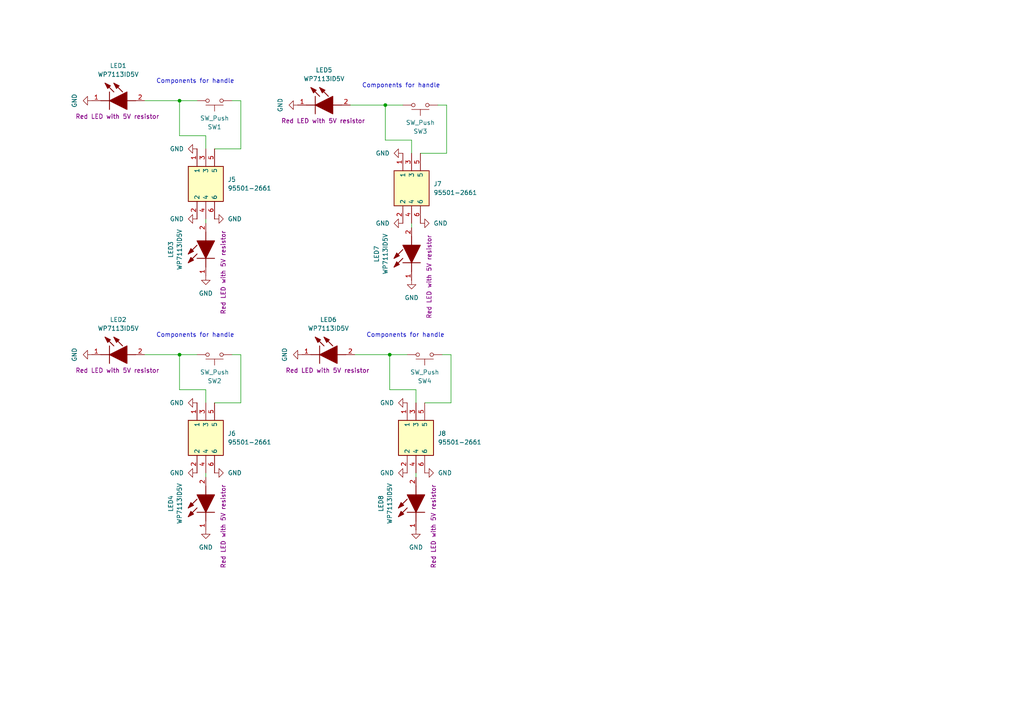
<source format=kicad_sch>
(kicad_sch (version 20231120) (generator "eeschema") (generator_version "8.0")
  (paper "A4")
  (lib_symbols
    (symbol "SamacSys:95501-2661"
      (property "Reference" "J" (at 16.51 7.62 0))
      (property "Value" "95501-2661" (at 16.51 5.08 0))
      (symbol "95501-2661_1_1"
        (rectangle (start 5.08 2.54) (end 15.24 -7.62) (stroke (width 0.254)) (fill (type background)))
        (pin passive line (at 20.32 0 180) (length 5.08) (name "1") (number "1"))
        (pin passive line (at 0 0 0) (length 5.08) (name "2") (number "2"))
        (pin passive line (at 20.32 -2.54 180) (length 5.08) (name "3") (number "3"))
        (pin passive line (at 0 -2.54 0) (length 5.08) (name "4") (number "4"))
        (pin passive line (at 20.32 -5.08 180) (length 5.08) (name "5") (number "5"))
        (pin passive line (at 0 -5.08 0) (length 5.08) (name "6") (number "6"))
      )
    )
    (symbol "SamacSys:WP7113ID5V" (pin_names hide)
      (property "Reference" "LED" (at 12.7 8.89 0))
      (property "Value" "WP7113ID5V" (at 12.7 6.35 0))
      (symbol "WP7113ID5V_1_1"
        (polyline (pts (xy 2.54 0) (xy 5.08 0)) (stroke (width 0.254)))
        (polyline (pts (xy 5.08 2.54) (xy 5.08 -2.54)) (stroke (width 0.254)))
        (polyline (pts (xy 6.35 2.54) (xy 3.81 5.08)) (stroke (width 0.254)))
        (polyline (pts (xy 8.89 2.54) (xy 6.35 5.08)) (stroke (width 0.254)))
        (polyline (pts (xy 10.16 0) (xy 12.7 0)) (stroke (width 0.254)))
        (polyline (pts (xy 5.08 0) (xy 10.16 2.54) (xy 10.16 -2.54) (xy 5.08 0)) (stroke (width 0.254)) (fill (type outline)))
        (polyline (pts (xy 5.334 4.318) (xy 4.572 3.556) (xy 3.81 5.08) (xy 5.334 4.318)) (stroke (width 0.254)) (fill (type outline)))
        (polyline (pts (xy 7.874 4.318) (xy 7.112 3.556) (xy 6.35 5.08) (xy 7.874 4.318)) (stroke (width 0.254)) (fill (type outline)))
        (pin passive line (at 0 0 0) (length 2.54) (name "K") (number "1"))
        (pin passive line (at 15.24 0 180) (length 2.54) (name "A") (number "2"))
      )
    )
    (symbol "Switch:SW_Push" (pin_numbers hide) (pin_names (offset 1.016) hide)
      (property "Reference" "SW" (at 1.27 2.54 0))
      (property "Value" "SW_Push" (at 0 -1.524 0))
      (symbol "SW_Push_0_1"
        (circle (center -2.032 0) (radius 0.508))
        (polyline (pts (xy 0 1.27) (xy 0 3.048)))
        (polyline (pts (xy 2.54 1.27) (xy -2.54 1.27)))
        (circle (center 2.032 0) (radius 0.508))
        (pin passive line (at -5.08 0 0) (length 2.54) (name "1") (number "1"))
        (pin passive line (at 5.08 0 180) (length 2.54) (name "2") (number "2"))
      )
    )
    (symbol "power:GND" (power) (pin_numbers hide) (pin_names (offset 0) hide)
      (property "Value" "GND" (at 0 -3.81 0))
      (symbol "GND_0_1"
        (polyline (pts (xy 0 0) (xy 0 -1.27) (xy 1.27 -1.27) (xy 0 -2.54) (xy -1.27 -1.27) (xy 0 -1.27)))
      )
      (symbol "GND_1_1"
        (pin power_in line (at 0 0 270) (length 0) (name "~") (number "1"))
      )
    )
  )
  (junction (at 111.76 30.48))
  (junction (at 52.07 102.87))
  (junction (at 113.03 102.87))
  (junction (at 52.07 29.21))
  (wire (pts (xy 52.07 113.03) (xy 59.69 113.03)))
  (wire (pts (xy 69.85 43.18) (xy 69.85 29.21)))
  (wire (pts (xy 123.19 116.84) (xy 130.81 116.84)))
  (wire (pts (xy 69.85 102.87) (xy 67.31 102.87)))
  (wire (pts (xy 59.69 39.37) (xy 59.69 43.18)))
  (wire (pts (xy 120.65 137.16) (xy 120.65 138.43)))
  (wire (pts (xy 120.65 113.03) (xy 120.65 116.84)))
  (wire (pts (xy 119.38 40.64) (xy 119.38 44.45)))
  (wire (pts (xy 130.81 102.87) (xy 128.27 102.87)))
  (wire (pts (xy 69.85 116.84) (xy 69.85 102.87)))
  (wire (pts (xy 52.07 39.37) (xy 59.69 39.37)))
  (wire (pts (xy 59.69 137.16) (xy 59.69 138.43)))
  (wire (pts (xy 41.91 102.87) (xy 52.07 102.87)))
  (wire (pts (xy 52.07 29.21) (xy 52.07 39.37)))
  (wire (pts (xy 111.76 40.64) (xy 119.38 40.64)))
  (wire (pts (xy 113.03 113.03) (xy 120.65 113.03)))
  (wire (pts (xy 52.07 102.87) (xy 52.07 113.03)))
  (wire (pts (xy 59.69 63.5) (xy 59.69 64.77)))
  (wire (pts (xy 57.15 29.21) (xy 52.07 29.21)))
  (wire (pts (xy 118.11 102.87) (xy 113.03 102.87)))
  (wire (pts (xy 130.81 116.84) (xy 130.81 102.87)))
  (wire (pts (xy 69.85 29.21) (xy 67.31 29.21)))
  (wire (pts (xy 62.23 43.18) (xy 69.85 43.18)))
  (wire (pts (xy 129.54 30.48) (xy 127 30.48)))
  (wire (pts (xy 101.6 30.48) (xy 111.76 30.48)))
  (wire (pts (xy 57.15 102.87) (xy 52.07 102.87)))
  (wire (pts (xy 102.87 102.87) (xy 113.03 102.87)))
  (wire (pts (xy 62.23 116.84) (xy 69.85 116.84)))
  (wire (pts (xy 119.38 64.77) (xy 119.38 66.04)))
  (wire (pts (xy 129.54 44.45) (xy 129.54 30.48)))
  (wire (pts (xy 116.84 30.48) (xy 111.76 30.48)))
  (wire (pts (xy 121.92 44.45) (xy 129.54 44.45)))
  (wire (pts (xy 59.69 113.03) (xy 59.69 116.84)))
  (wire (pts (xy 113.03 102.87) (xy 113.03 113.03)))
  (wire (pts (xy 41.91 29.21) (xy 52.07 29.21)))
  (wire (pts (xy 111.76 30.48) (xy 111.76 40.64)))
  (text "Components for handle\n" (at 56.642 23.622 0) (effects (font (size 1.27 1.27))))
  (text "Components for handle\n" (at 116.332 24.892 0) (effects (font (size 1.27 1.27))))
  (text "Components for handle\n" (at 117.602 97.282 0) (effects (font (size 1.27 1.27))))
  (text "Components for handle\n" (at 56.642 97.282 0) (effects (font (size 1.27 1.27))))
  (symbol (lib_id "power:GND") (at 116.84 64.77 270) (unit 1)
    (property "Reference" "#PWR027" (effects (hide yes)))
    (property "Value" "GND" (at 113.03 64.7699 90) (effects (justify right)))
    (property "Description" "Power symbol creates a global label with name \"GND\" , ground" (effects (hide yes)))
  )
  (symbol (lib_id "SamacSys:WP7113ID5V") (at 87.63 102.87 0) (unit 1)
    (property "Reference" "LED6" (at 95.25 92.71 0))
    (property "Value" "WP7113ID5V" (at 95.25 95.25 0))
    (property "Datasheet" "https://www.kingbrightusa.com/images/catalog/SPEC/WP7113ID5V.pdf" (effects (hide yes)))
    (property "Description" "Red LED with 5V resistor" (at 94.996 107.442 0))
    (property "Height" "9.85" (effects (hide yes)))
    (property "Manufacturer_Name" "Kingbright" (effects (hide yes)))
    (property "Manufacturer_Part_Number" "WP7113ID5V" (effects (hide yes)))
    (property "Mouser Part Number" "604-WP7113ID5V" (effects (hide yes)))
    (property "Mouser Price/Stock" "https://www.mouser.co.uk/ProductDetail/Kingbright/WP7113ID5V?qs=58z0TXQGVSQgkIxR0kd%2F5Q%3D%3D" (effects (hide yes)))
    (property "Arrow Part Number" "WP7113ID5V" (effects (hide yes)))
    (property "Arrow Price/Stock" "https://www.arrow.com/en/products/wp7113id5v/kingbright?utm_currency=USD&region=nac" (effects (hide yes)))
  )
  (symbol (lib_id "power:GND") (at 57.15 116.84 270) (unit 1)
    (property "Reference" "#PWR013" (effects (hide yes)))
    (property "Value" "GND" (at 53.34 116.8399 90) (effects (justify right)))
    (property "Description" "Power symbol creates a global label with name \"GND\" , ground" (effects (hide yes)))
  )
  (symbol (lib_id "SamacSys:WP7113ID5V") (at 120.65 153.67 90) (unit 1)
    (property "Reference" "LED8" (at 110.49 146.05 0))
    (property "Value" "WP7113ID5V" (at 113.03 146.05 0))
    (property "Datasheet" "https://www.kingbrightusa.com/images/catalog/SPEC/WP7113ID5V.pdf" (effects (hide yes)))
    (property "Description" "Red LED with 5V resistor" (at 125.73 152.654 0))
    (property "Height" "9.85" (effects (hide yes)))
    (property "Manufacturer_Name" "Kingbright" (effects (hide yes)))
    (property "Manufacturer_Part_Number" "WP7113ID5V" (effects (hide yes)))
    (property "Mouser Part Number" "604-WP7113ID5V" (effects (hide yes)))
    (property "Mouser Price/Stock" "https://www.mouser.co.uk/ProductDetail/Kingbright/WP7113ID5V?qs=58z0TXQGVSQgkIxR0kd%2F5Q%3D%3D" (effects (hide yes)))
    (property "Arrow Part Number" "WP7113ID5V" (effects (hide yes)))
    (property "Arrow Price/Stock" "https://www.arrow.com/en/products/wp7113id5v/kingbright?utm_currency=USD&region=nac" (effects (hide yes)))
  )
  (symbol (lib_id "SamacSys:95501-2661") (at 116.84 64.77 90) (unit 1)
    (property "Reference" "J7" (at 125.73 53.3399 90) (effects (justify right)))
    (property "Value" "95501-2661" (at 125.73 55.8799 90) (effects (justify right)))
    (property "Datasheet" "https://datasheet.datasheetarchive.com/originals/distributors/Datasheets_SAMA/df0790d8aebb5882625d0f98b986e00d.pdf" (effects (hide yes)))
    (property "Description" "6/6 way r/a PCB thru hole data skt,1.5A Molex 6P/6C Right Angle Through Hole Female RJ12 UTP RJ12 Connector" (effects (hide yes)))
    (property "Manufacturer_Name" "Molex" (effects (hide yes)))
    (property "Manufacturer_Part_Number" "95501-2661" (effects (hide yes)))
    (property "Mouser Part Number" "538-95501-2661" (effects (hide yes)))
    (property "Mouser Price/Stock" "https://www.mouser.co.uk/ProductDetail/Molex/95501-2661?qs=pojneS%2F1sjznHDwFkXsFkg%3D%3D" (effects (hide yes)))
  )
  (symbol (lib_id "SamacSys:WP7113ID5V") (at 59.69 153.67 90) (unit 1)
    (property "Reference" "LED4" (at 49.53 146.05 0))
    (property "Value" "WP7113ID5V" (at 52.07 146.05 0))
    (property "Datasheet" "https://www.kingbrightusa.com/images/catalog/SPEC/WP7113ID5V.pdf" (effects (hide yes)))
    (property "Description" "Red LED with 5V resistor" (at 64.77 152.654 0))
    (property "Height" "9.85" (effects (hide yes)))
    (property "Manufacturer_Name" "Kingbright" (effects (hide yes)))
    (property "Manufacturer_Part_Number" "WP7113ID5V" (effects (hide yes)))
    (property "Mouser Part Number" "604-WP7113ID5V" (effects (hide yes)))
    (property "Mouser Price/Stock" "https://www.mouser.co.uk/ProductDetail/Kingbright/WP7113ID5V?qs=58z0TXQGVSQgkIxR0kd%2F5Q%3D%3D" (effects (hide yes)))
    (property "Arrow Part Number" "WP7113ID5V" (effects (hide yes)))
    (property "Arrow Price/Stock" "https://www.arrow.com/en/products/wp7113id5v/kingbright?utm_currency=USD&region=nac" (effects (hide yes)))
  )
  (symbol (lib_id "power:GND") (at 57.15 43.18 270) (unit 1)
    (property "Reference" "#PWR011" (effects (hide yes)))
    (property "Value" "GND" (at 53.34 43.1799 90) (effects (justify right)))
    (property "Description" "Power symbol creates a global label with name \"GND\" , ground" (effects (hide yes)))
  )
  (symbol (lib_id "SamacSys:WP7113ID5V") (at 59.69 80.01 90) (unit 1)
    (property "Reference" "LED3" (at 49.53 72.39 0))
    (property "Value" "WP7113ID5V" (at 52.07 72.39 0))
    (property "Datasheet" "https://www.kingbrightusa.com/images/catalog/SPEC/WP7113ID5V.pdf" (effects (hide yes)))
    (property "Description" "Red LED with 5V resistor" (at 64.77 78.994 0))
    (property "Height" "9.85" (effects (hide yes)))
    (property "Manufacturer_Name" "Kingbright" (effects (hide yes)))
    (property "Manufacturer_Part_Number" "WP7113ID5V" (effects (hide yes)))
    (property "Mouser Part Number" "604-WP7113ID5V" (effects (hide yes)))
    (property "Mouser Price/Stock" "https://www.mouser.co.uk/ProductDetail/Kingbright/WP7113ID5V?qs=58z0TXQGVSQgkIxR0kd%2F5Q%3D%3D" (effects (hide yes)))
    (property "Arrow Part Number" "WP7113ID5V" (effects (hide yes)))
    (property "Arrow Price/Stock" "https://www.arrow.com/en/products/wp7113id5v/kingbright?utm_currency=USD&region=nac" (effects (hide yes)))
  )
  (symbol (lib_id "SamacSys:WP7113ID5V") (at 86.36 30.48 0) (unit 1)
    (property "Reference" "LED5" (at 93.98 20.32 0))
    (property "Value" "WP7113ID5V" (at 93.98 22.86 0))
    (property "Datasheet" "https://www.kingbrightusa.com/images/catalog/SPEC/WP7113ID5V.pdf" (effects (hide yes)))
    (property "Description" "Red LED with 5V resistor" (at 93.726 35.052 0))
    (property "Height" "9.85" (effects (hide yes)))
    (property "Manufacturer_Name" "Kingbright" (effects (hide yes)))
    (property "Manufacturer_Part_Number" "WP7113ID5V" (effects (hide yes)))
    (property "Mouser Part Number" "604-WP7113ID5V" (effects (hide yes)))
    (property "Mouser Price/Stock" "https://www.mouser.co.uk/ProductDetail/Kingbright/WP7113ID5V?qs=58z0TXQGVSQgkIxR0kd%2F5Q%3D%3D" (effects (hide yes)))
    (property "Arrow Part Number" "WP7113ID5V" (effects (hide yes)))
    (property "Arrow Price/Stock" "https://www.arrow.com/en/products/wp7113id5v/kingbright?utm_currency=USD&region=nac" (effects (hide yes)))
  )
  (symbol (lib_id "power:GND") (at 119.38 81.28 0) (unit 1)
    (property "Reference" "#PWR030" (effects (hide yes)))
    (property "Value" "GND" (at 119.38 86.36 0))
    (property "Description" "Power symbol creates a global label with name \"GND\" , ground" (effects (hide yes)))
  )
  (symbol (lib_id "SamacSys:95501-2661") (at 57.15 63.5 90) (unit 1)
    (property "Reference" "J5" (at 66.04 52.0699 90) (effects (justify right)))
    (property "Value" "95501-2661" (at 66.04 54.6099 90) (effects (justify right)))
    (property "Datasheet" "https://datasheet.datasheetarchive.com/originals/distributors/Datasheets_SAMA/df0790d8aebb5882625d0f98b986e00d.pdf" (effects (hide yes)))
    (property "Description" "6/6 way r/a PCB thru hole data skt,1.5A Molex 6P/6C Right Angle Through Hole Female RJ12 UTP RJ12 Connector" (effects (hide yes)))
    (property "Manufacturer_Name" "Molex" (effects (hide yes)))
    (property "Manufacturer_Part_Number" "95501-2661" (effects (hide yes)))
    (property "Mouser Part Number" "538-95501-2661" (effects (hide yes)))
    (property "Mouser Price/Stock" "https://www.mouser.co.uk/ProductDetail/Molex/95501-2661?qs=pojneS%2F1sjznHDwFkXsFkg%3D%3D" (effects (hide yes)))
  )
  (symbol (lib_id "Switch:SW_Push") (at 62.23 29.21 0) (mirror x) (unit 1)
    (property "Reference" "SW1" (at 62.23 36.83 0))
    (property "Value" "SW_Push" (at 62.23 34.29 0))
    (property "Description" "Push button switch, generic, two pins" (effects (hide yes)))
    (property "Manufacturer_Part_Number" "PV5S64019" (effects (hide yes)))
  )
  (symbol (lib_id "SamacSys:95501-2661") (at 118.11 137.16 90) (unit 1)
    (property "Reference" "J8" (at 127 125.7299 90) (effects (justify right)))
    (property "Value" "95501-2661" (at 127 128.2699 90) (effects (justify right)))
    (property "Datasheet" "https://datasheet.datasheetarchive.com/originals/distributors/Datasheets_SAMA/df0790d8aebb5882625d0f98b986e00d.pdf" (effects (hide yes)))
    (property "Description" "6/6 way r/a PCB thru hole data skt,1.5A Molex 6P/6C Right Angle Through Hole Female RJ12 UTP RJ12 Connector" (effects (hide yes)))
    (property "Manufacturer_Name" "Molex" (effects (hide yes)))
    (property "Manufacturer_Part_Number" "95501-2661" (effects (hide yes)))
    (property "Mouser Part Number" "538-95501-2661" (effects (hide yes)))
    (property "Mouser Price/Stock" "https://www.mouser.co.uk/ProductDetail/Molex/95501-2661?qs=pojneS%2F1sjznHDwFkXsFkg%3D%3D" (effects (hide yes)))
  )
  (symbol (lib_id "power:GND") (at 118.11 116.84 270) (unit 1)
    (property "Reference" "#PWR028" (effects (hide yes)))
    (property "Value" "GND" (at 114.3 116.8399 90) (effects (justify right)))
    (property "Description" "Power symbol creates a global label with name \"GND\" , ground" (effects (hide yes)))
  )
  (symbol (lib_id "Switch:SW_Push") (at 62.23 102.87 0) (mirror x) (unit 1)
    (property "Reference" "SW2" (at 62.23 110.49 0))
    (property "Value" "SW_Push" (at 62.23 107.95 0))
    (property "Description" "Push button switch, generic, two pins" (effects (hide yes)))
    (property "Manufacturer_Part_Number" "PV5S64019" (effects (hide yes)))
  )
  (symbol (lib_id "SamacSys:WP7113ID5V") (at 119.38 81.28 90) (unit 1)
    (property "Reference" "LED7" (at 109.22 73.66 0))
    (property "Value" "WP7113ID5V" (at 111.76 73.66 0))
    (property "Datasheet" "https://www.kingbrightusa.com/images/catalog/SPEC/WP7113ID5V.pdf" (effects (hide yes)))
    (property "Description" "Red LED with 5V resistor" (at 124.46 80.264 0))
    (property "Height" "9.85" (effects (hide yes)))
    (property "Manufacturer_Name" "Kingbright" (effects (hide yes)))
    (property "Manufacturer_Part_Number" "WP7113ID5V" (effects (hide yes)))
    (property "Mouser Part Number" "604-WP7113ID5V" (effects (hide yes)))
    (property "Mouser Price/Stock" "https://www.mouser.co.uk/ProductDetail/Kingbright/WP7113ID5V?qs=58z0TXQGVSQgkIxR0kd%2F5Q%3D%3D" (effects (hide yes)))
    (property "Arrow Part Number" "WP7113ID5V" (effects (hide yes)))
    (property "Arrow Price/Stock" "https://www.arrow.com/en/products/wp7113id5v/kingbright?utm_currency=USD&region=nac" (effects (hide yes)))
  )
  (symbol (lib_id "power:GND") (at 57.15 137.16 270) (unit 1)
    (property "Reference" "#PWR014" (effects (hide yes)))
    (property "Value" "GND" (at 53.34 137.1599 90) (effects (justify right)))
    (property "Description" "Power symbol creates a global label with name \"GND\" , ground" (effects (hide yes)))
  )
  (symbol (lib_id "power:GND") (at 62.23 63.5 90) (unit 1)
    (property "Reference" "#PWR017" (effects (hide yes)))
    (property "Value" "GND" (at 66.04 63.4999 90) (effects (justify right)))
    (property "Description" "Power symbol creates a global label with name \"GND\" , ground" (effects (hide yes)))
  )
  (symbol (lib_id "power:GND") (at 26.67 29.21 270) (unit 1)
    (property "Reference" "#PWR01" (effects (hide yes)))
    (property "Value" "GND" (at 21.59 29.21 0))
    (property "Description" "Power symbol creates a global label with name \"GND\" , ground" (effects (hide yes)))
  )
  (symbol (lib_id "power:GND") (at 116.84 44.45 270) (unit 1)
    (property "Reference" "#PWR026" (effects (hide yes)))
    (property "Value" "GND" (at 113.03 44.4499 90) (effects (justify right)))
    (property "Description" "Power symbol creates a global label with name \"GND\" , ground" (effects (hide yes)))
  )
  (symbol (lib_id "power:GND") (at 59.69 153.67 0) (unit 1)
    (property "Reference" "#PWR016" (effects (hide yes)))
    (property "Value" "GND" (at 59.69 158.75 0))
    (property "Description" "Power symbol creates a global label with name \"GND\" , ground" (effects (hide yes)))
  )
  (symbol (lib_id "Switch:SW_Push") (at 121.92 30.48 0) (mirror x) (unit 1)
    (property "Reference" "SW3" (at 121.92 38.1 0))
    (property "Value" "SW_Push" (at 121.92 35.56 0))
    (property "Description" "Push button switch, generic, two pins" (effects (hide yes)))
    (property "Manufacturer_Part_Number" "PV5S64019" (effects (hide yes)))
  )
  (symbol (lib_id "power:GND") (at 26.67 102.87 270) (unit 1)
    (property "Reference" "#PWR02" (effects (hide yes)))
    (property "Value" "GND" (at 21.59 102.87 0))
    (property "Description" "Power symbol creates a global label with name \"GND\" , ground" (effects (hide yes)))
  )
  (symbol (lib_id "power:GND") (at 118.11 137.16 270) (unit 1)
    (property "Reference" "#PWR029" (effects (hide yes)))
    (property "Value" "GND" (at 114.3 137.1599 90) (effects (justify right)))
    (property "Description" "Power symbol creates a global label with name \"GND\" , ground" (effects (hide yes)))
  )
  (symbol (lib_id "Switch:SW_Push") (at 123.19 102.87 0) (mirror x) (unit 1)
    (property "Reference" "SW4" (at 123.19 110.49 0))
    (property "Value" "SW_Push" (at 123.19 107.95 0))
    (property "Description" "Push button switch, generic, two pins" (effects (hide yes)))
    (property "Manufacturer_Part_Number" "PV5S64019" (effects (hide yes)))
  )
  (symbol (lib_id "SamacSys:95501-2661") (at 57.15 137.16 90) (unit 1)
    (property "Reference" "J6" (at 66.04 125.7299 90) (effects (justify right)))
    (property "Value" "95501-2661" (at 66.04 128.2699 90) (effects (justify right)))
    (property "Datasheet" "https://datasheet.datasheetarchive.com/originals/distributors/Datasheets_SAMA/df0790d8aebb5882625d0f98b986e00d.pdf" (effects (hide yes)))
    (property "Description" "6/6 way r/a PCB thru hole data skt,1.5A Molex 6P/6C Right Angle Through Hole Female RJ12 UTP RJ12 Connector" (effects (hide yes)))
    (property "Manufacturer_Name" "Molex" (effects (hide yes)))
    (property "Manufacturer_Part_Number" "95501-2661" (effects (hide yes)))
    (property "Mouser Part Number" "538-95501-2661" (effects (hide yes)))
    (property "Mouser Price/Stock" "https://www.mouser.co.uk/ProductDetail/Molex/95501-2661?qs=pojneS%2F1sjznHDwFkXsFkg%3D%3D" (effects (hide yes)))
  )
  (symbol (lib_id "power:GND") (at 86.36 30.48 270) (unit 1)
    (property "Reference" "#PWR023" (effects (hide yes)))
    (property "Value" "GND" (at 81.28 30.48 0))
    (property "Description" "Power symbol creates a global label with name \"GND\" , ground" (effects (hide yes)))
  )
  (symbol (lib_id "power:GND") (at 62.23 137.16 90) (unit 1)
    (property "Reference" "#PWR018" (effects (hide yes)))
    (property "Value" "GND" (at 66.04 137.1599 90) (effects (justify right)))
    (property "Description" "Power symbol creates a global label with name \"GND\" , ground" (effects (hide yes)))
  )
  (symbol (lib_id "power:GND") (at 123.19 137.16 90) (unit 1)
    (property "Reference" "#PWR033" (effects (hide yes)))
    (property "Value" "GND" (at 127 137.1599 90) (effects (justify right)))
    (property "Description" "Power symbol creates a global label with name \"GND\" , ground" (effects (hide yes)))
  )
  (symbol (lib_id "power:GND") (at 59.69 80.01 0) (unit 1)
    (property "Reference" "#PWR015" (effects (hide yes)))
    (property "Value" "GND" (at 59.69 85.09 0))
    (property "Description" "Power symbol creates a global label with name \"GND\" , ground" (effects (hide yes)))
  )
  (symbol (lib_id "power:GND") (at 120.65 153.67 0) (unit 1)
    (property "Reference" "#PWR031" (effects (hide yes)))
    (property "Value" "GND" (at 120.65 158.75 0))
    (property "Description" "Power symbol creates a global label with name \"GND\" , ground" (effects (hide yes)))
  )
  (symbol (lib_id "power:GND") (at 87.63 102.87 270) (unit 1)
    (property "Reference" "#PWR024" (effects (hide yes)))
    (property "Value" "GND" (at 82.55 102.87 0))
    (property "Description" "Power symbol creates a global label with name \"GND\" , ground" (effects (hide yes)))
  )
  (symbol (lib_id "power:GND") (at 121.92 64.77 90) (unit 1)
    (property "Reference" "#PWR032" (effects (hide yes)))
    (property "Value" "GND" (at 125.73 64.7699 90) (effects (justify right)))
    (property "Description" "Power symbol creates a global label with name \"GND\" , ground" (effects (hide yes)))
  )
  (symbol (lib_id "power:GND") (at 57.15 63.5 270) (unit 1)
    (property "Reference" "#PWR012" (effects (hide yes)))
    (property "Value" "GND" (at 53.34 63.4999 90) (effects (justify right)))
    (property "Description" "Power symbol creates a global label with name \"GND\" , ground" (effects (hide yes)))
  )
  (symbol (lib_id "SamacSys:WP7113ID5V") (at 26.67 29.21 0) (unit 1)
    (property "Reference" "LED1" (at 34.29 19.05 0))
    (property "Value" "WP7113ID5V" (at 34.29 21.59 0))
    (property "Datasheet" "https://www.kingbrightusa.com/images/catalog/SPEC/WP7113ID5V.pdf" (effects (hide yes)))
    (property "Description" "Red LED with 5V resistor" (at 34.036 33.782 0))
    (property "Height" "9.85" (effects (hide yes)))
    (property "Manufacturer_Name" "Kingbright" (effects (hide yes)))
    (property "Manufacturer_Part_Number" "WP7113ID5V" (effects (hide yes)))
    (property "Mouser Part Number" "604-WP7113ID5V" (effects (hide yes)))
    (property "Mouser Price/Stock" "https://www.mouser.co.uk/ProductDetail/Kingbright/WP7113ID5V?qs=58z0TXQGVSQgkIxR0kd%2F5Q%3D%3D" (effects (hide yes)))
    (property "Arrow Part Number" "WP7113ID5V" (effects (hide yes)))
    (property "Arrow Price/Stock" "https://www.arrow.com/en/products/wp7113id5v/kingbright?utm_currency=USD&region=nac" (effects (hide yes)))
  )
  (symbol (lib_id "SamacSys:WP7113ID5V") (at 26.67 102.87 0) (unit 1)
    (property "Reference" "LED2" (at 34.29 92.71 0))
    (property "Value" "WP7113ID5V" (at 34.29 95.25 0))
    (property "Datasheet" "https://www.kingbrightusa.com/images/catalog/SPEC/WP7113ID5V.pdf" (effects (hide yes)))
    (property "Description" "Red LED with 5V resistor" (at 34.036 107.442 0))
    (property "Height" "9.85" (effects (hide yes)))
    (property "Manufacturer_Name" "Kingbright" (effects (hide yes)))
    (property "Manufacturer_Part_Number" "WP7113ID5V" (effects (hide yes)))
    (property "Mouser Part Number" "604-WP7113ID5V" (effects (hide yes)))
    (property "Mouser Price/Stock" "https://www.mouser.co.uk/ProductDetail/Kingbright/WP7113ID5V?qs=58z0TXQGVSQgkIxR0kd%2F5Q%3D%3D" (effects (hide yes)))
    (property "Arrow Part Number" "WP7113ID5V" (effects (hide yes)))
    (property "Arrow Price/Stock" "https://www.arrow.com/en/products/wp7113id5v/kingbright?utm_currency=USD&region=nac" (effects (hide yes)))
  )
)
</source>
